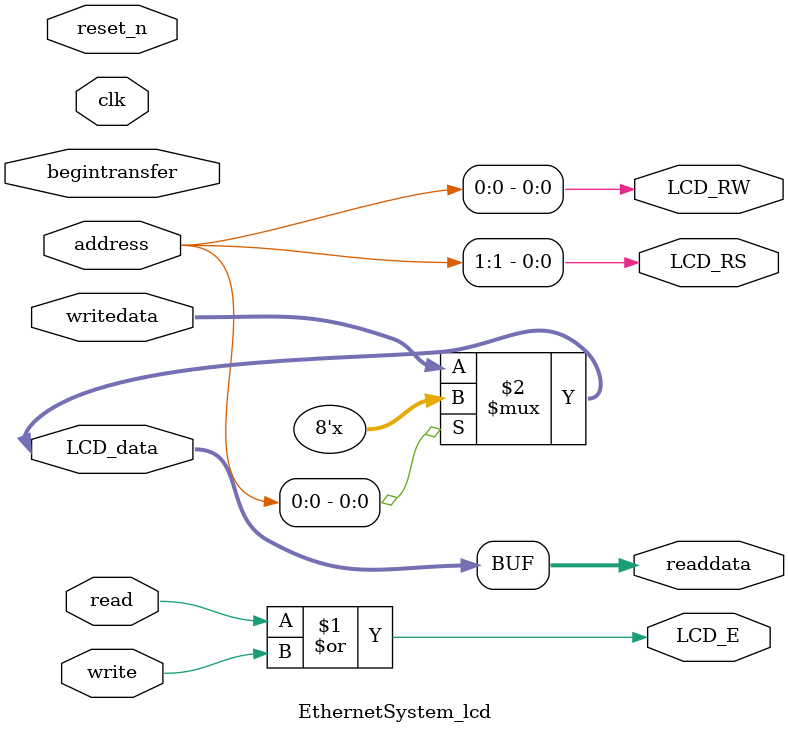
<source format=v>

`timescale 1ns / 1ps
// synthesis translate_on

// turn off superfluous verilog processor warnings 
// altera message_level Level1 
// altera message_off 10034 10035 10036 10037 10230 10240 10030 

module EthernetSystem_lcd (
                            // inputs:
                             address,
                             begintransfer,
                             clk,
                             read,
                             reset_n,
                             write,
                             writedata,

                            // outputs:
                             LCD_E,
                             LCD_RS,
                             LCD_RW,
                             LCD_data,
                             readdata
                          )
;

  output           LCD_E;
  output           LCD_RS;
  output           LCD_RW;
  inout   [  7: 0] LCD_data;
  output  [  7: 0] readdata;
  input   [  1: 0] address;
  input            begintransfer;
  input            clk;
  input            read;
  input            reset_n;
  input            write;
  input   [  7: 0] writedata;

  wire             LCD_E;
  wire             LCD_RS;
  wire             LCD_RW;
  wire    [  7: 0] LCD_data;
  wire    [  7: 0] readdata;
  assign LCD_RW = address[0];
  assign LCD_RS = address[1];
  assign LCD_E = read | write;
  assign LCD_data = (address[0]) ? {8{1'bz}} : writedata;
  assign readdata = LCD_data;
  //control_slave, which is an e_avalon_slave

endmodule


</source>
